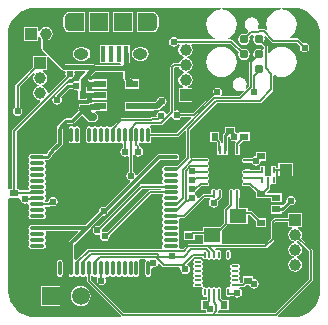
<source format=gtl>
G04*
G04 #@! TF.GenerationSoftware,Altium Limited,Altium Designer,19.1.7 (138)*
G04*
G04 Layer_Physical_Order=1*
G04 Layer_Color=255*
%FSLAX44Y44*%
%MOMM*%
G71*
G01*
G75*
%ADD13C,0.1270*%
%ADD15R,0.7000X0.6000*%
%ADD16R,1.0500X0.6000*%
%ADD17O,0.7000X0.2500*%
%ADD18O,0.2500X0.7000*%
%ADD19R,2.6000X2.6000*%
%ADD20R,0.6000X0.7000*%
%ADD21O,0.3000X1.3000*%
%ADD22O,1.3000X0.3000*%
%ADD23R,0.4000X1.3500*%
%ADD24R,1.5000X1.5500*%
%ADD25R,1.4000X1.2000*%
%ADD26R,0.2500X0.5500*%
%ADD27R,1.7000X1.5400*%
%ADD28O,0.2000X0.6500*%
%ADD29O,0.6500X0.2000*%
%ADD30R,1.0500X1.0000*%
%ADD31R,2.2000X1.0500*%
%ADD32R,1.2000X1.5500*%
%ADD33R,1.2000X1.5500*%
%ADD34C,0.7874*%
%ADD35R,1.0000X1.0000*%
%ADD36C,1.0000*%
%ADD37R,1.0000X1.0000*%
%ADD38O,1.2500X0.9500*%
%ADD39O,0.9000X1.5500*%
%ADD40C,1.5000*%
%ADD41R,1.5000X1.5000*%
%ADD42C,0.5000*%
%ADD43C,0.2540*%
%ADD44C,0.2032*%
%ADD45C,0.3810*%
%ADD46C,0.5080*%
%ADD47C,0.3048*%
%ADD48C,0.1524*%
%ADD49C,0.6350*%
%ADD50C,0.6096*%
G36*
X1183463Y910673D02*
X1180816Y910325D01*
X1177711Y909039D01*
X1175045Y906993D01*
X1172999Y904327D01*
X1171713Y901222D01*
X1171274Y897890D01*
X1171713Y894558D01*
X1172079Y893673D01*
X1171003Y892954D01*
X1170535Y893421D01*
X1169905Y893842D01*
X1169162Y893990D01*
X1165000D01*
X1164999Y893990D01*
X1164649Y893921D01*
X1163816Y894960D01*
X1164251Y895611D01*
X1164705Y897890D01*
X1164251Y900169D01*
X1162960Y902102D01*
X1161027Y903393D01*
X1158748Y903847D01*
X1156469Y903393D01*
X1154536Y902102D01*
X1153245Y900169D01*
X1152792Y897890D01*
X1153245Y895611D01*
X1154536Y893678D01*
X1155619Y892954D01*
X1155787Y891326D01*
X1154211Y889750D01*
X1152398Y890110D01*
X1150515Y889736D01*
X1148919Y888669D01*
X1147852Y887073D01*
X1147477Y885190D01*
X1147852Y883307D01*
X1148919Y881711D01*
X1150515Y880644D01*
X1152398Y880269D01*
X1154281Y880644D01*
X1155877Y881711D01*
X1156944Y883307D01*
X1157318Y885190D01*
X1156958Y887003D01*
X1159044Y889090D01*
X1160372D01*
X1161051Y887820D01*
X1160552Y887073D01*
X1160178Y885190D01*
X1160552Y883307D01*
X1161619Y881711D01*
X1163215Y880644D01*
X1165098Y880269D01*
X1166981Y880644D01*
X1167179Y880776D01*
X1169100Y878855D01*
Y877148D01*
X1167830Y876469D01*
X1166981Y877036D01*
X1165098Y877411D01*
X1163215Y877036D01*
X1161619Y875969D01*
X1160552Y874373D01*
X1160178Y872490D01*
X1160552Y870607D01*
X1160684Y870409D01*
X1157328Y867052D01*
X1156844Y865886D01*
Y845603D01*
X1154746Y843504D01*
X1153759Y844314D01*
X1154091Y844811D01*
X1154545Y847090D01*
X1154091Y849369D01*
X1152800Y851302D01*
X1150867Y852593D01*
X1148588Y853046D01*
X1146309Y852593D01*
X1144376Y851302D01*
X1143085Y849369D01*
X1142632Y847090D01*
X1143085Y844811D01*
X1144376Y842878D01*
X1146309Y841587D01*
X1148588Y841133D01*
X1150867Y841587D01*
X1151364Y841919D01*
X1152174Y840932D01*
X1148297Y837056D01*
X1133932D01*
X1133253Y838326D01*
X1133501Y838696D01*
X1133806Y840232D01*
X1133501Y841768D01*
X1132630Y843070D01*
X1131328Y843941D01*
X1129792Y844246D01*
X1128256Y843941D01*
X1126954Y843070D01*
X1126083Y841768D01*
X1125778Y840232D01*
X1125929Y839470D01*
X1109292Y822832D01*
X1098965D01*
X1098340Y823766D01*
X1097038Y824637D01*
X1095502Y824942D01*
X1094358Y824715D01*
X1093088Y825461D01*
Y861157D01*
X1093881Y861950D01*
X1097192D01*
X1097321Y861302D01*
X1098622Y859354D01*
X1100570Y858053D01*
X1101351Y857897D01*
Y856603D01*
X1100570Y856447D01*
X1098622Y855146D01*
X1097321Y853198D01*
X1096864Y850900D01*
X1097321Y848602D01*
X1098622Y846654D01*
X1100570Y845353D01*
X1100414Y844089D01*
X1096979D01*
Y832311D01*
X1108757D01*
Y844089D01*
X1105322D01*
X1105166Y845353D01*
X1107114Y846654D01*
X1108415Y848602D01*
X1108872Y850900D01*
X1108415Y853198D01*
X1107114Y855146D01*
X1105166Y856447D01*
X1104385Y856603D01*
Y857897D01*
X1105166Y858053D01*
X1107114Y859354D01*
X1108415Y861302D01*
X1108872Y863600D01*
X1108415Y865898D01*
X1107114Y867846D01*
X1105166Y869147D01*
X1104385Y869303D01*
Y870597D01*
X1105166Y870753D01*
X1107114Y872054D01*
X1108415Y874002D01*
X1108872Y876300D01*
X1108415Y878598D01*
X1107483Y879993D01*
X1108153Y881263D01*
X1140878D01*
X1147838Y874303D01*
X1147477Y872490D01*
X1147852Y870607D01*
X1148919Y869011D01*
X1150515Y867944D01*
X1152398Y867570D01*
X1154281Y867944D01*
X1155877Y869011D01*
X1156944Y870607D01*
X1157318Y872490D01*
X1156944Y874373D01*
X1155877Y875969D01*
X1154281Y877036D01*
X1152398Y877411D01*
X1150585Y877050D01*
X1143056Y884578D01*
X1142426Y884999D01*
X1141683Y885147D01*
X1139256D01*
X1139003Y886417D01*
X1139785Y886741D01*
X1142451Y888787D01*
X1144497Y891453D01*
X1145783Y894558D01*
X1146222Y897890D01*
X1145783Y901222D01*
X1144497Y904327D01*
X1142451Y906993D01*
X1139785Y909039D01*
X1136680Y910325D01*
X1134033Y910673D01*
X1134117Y911943D01*
X1183379D01*
X1183463Y910673D01*
D02*
G37*
G36*
X975361Y911943D02*
X1132579D01*
X1132663Y910673D01*
X1130016Y910325D01*
X1126911Y909039D01*
X1124245Y906993D01*
X1122199Y904327D01*
X1120913Y901222D01*
X1120474Y897890D01*
X1120913Y894558D01*
X1122199Y891453D01*
X1124245Y888787D01*
X1126911Y886741D01*
X1127693Y886417D01*
X1127440Y885147D01*
X1096195D01*
X1095697Y885893D01*
X1094395Y886763D01*
X1092859Y887069D01*
X1091322Y886763D01*
X1090020Y885893D01*
X1089150Y884591D01*
X1088844Y883055D01*
X1089150Y881518D01*
X1090020Y880216D01*
X1091322Y879346D01*
X1092859Y879040D01*
X1094395Y879346D01*
X1095697Y880216D01*
X1096396Y881263D01*
X1097583D01*
X1098253Y879993D01*
X1097321Y878598D01*
X1096864Y876300D01*
X1097321Y874002D01*
X1098622Y872054D01*
X1100570Y870753D01*
X1101351Y870597D01*
Y869303D01*
X1100570Y869147D01*
X1098622Y867846D01*
X1097321Y865898D01*
X1097192Y865250D01*
X1093198D01*
X1092031Y864766D01*
X1090272Y863007D01*
X1089788Y861840D01*
Y824013D01*
X1087412Y821636D01*
X1086034Y822054D01*
X1086003Y822210D01*
X1085132Y823512D01*
X1083830Y824383D01*
X1082294Y824688D01*
X1080758Y824383D01*
X1079456Y823512D01*
X1078585Y822210D01*
X1078280Y820674D01*
X1078312Y820511D01*
X1077506Y819530D01*
X1074420D01*
X1073254Y819046D01*
X1072721Y818514D01*
X1048614D01*
X1047448Y818030D01*
X1041366Y811949D01*
X1041280Y811966D01*
X1040348Y811780D01*
X1039558Y811252D01*
X1039544Y811232D01*
X1038016D01*
X1038002Y811252D01*
X1037212Y811780D01*
X1036280Y811966D01*
X1035348Y811780D01*
X1034558Y811252D01*
X1034544Y811232D01*
X1033016D01*
X1033002Y811252D01*
X1032212Y811780D01*
X1031280Y811966D01*
X1030348Y811780D01*
X1029558Y811252D01*
X1029544Y811232D01*
X1028016D01*
X1028002Y811252D01*
X1027212Y811780D01*
X1026280Y811966D01*
X1025348Y811780D01*
X1024558Y811252D01*
X1024544Y811232D01*
X1023016D01*
X1023002Y811252D01*
X1022212Y811780D01*
X1021280Y811966D01*
X1020348Y811780D01*
X1019558Y811252D01*
X1019030Y810462D01*
X1018844Y809530D01*
Y799530D01*
X1019030Y798598D01*
X1019558Y797808D01*
X1020348Y797280D01*
X1021280Y797094D01*
X1022212Y797280D01*
X1023002Y797808D01*
X1023016Y797829D01*
X1024544D01*
X1024558Y797808D01*
X1025348Y797280D01*
X1026280Y797094D01*
X1027212Y797280D01*
X1028002Y797808D01*
X1028016Y797828D01*
X1029544D01*
X1029558Y797808D01*
X1030348Y797280D01*
X1031280Y797094D01*
X1032212Y797280D01*
X1033002Y797808D01*
X1033016Y797829D01*
X1034544D01*
X1034558Y797808D01*
X1035348Y797280D01*
X1036280Y797094D01*
X1037212Y797280D01*
X1038002Y797808D01*
X1038016Y797828D01*
X1039544D01*
X1039558Y797808D01*
X1040348Y797280D01*
X1041280Y797094D01*
X1042212Y797280D01*
X1043002Y797808D01*
X1043016Y797828D01*
X1044544D01*
X1044558Y797808D01*
X1045348Y797280D01*
X1046280Y797094D01*
X1047212Y797280D01*
X1048002Y797808D01*
X1049108Y797301D01*
X1049770Y796652D01*
Y793479D01*
X1048722Y792778D01*
X1047851Y791476D01*
X1047546Y789940D01*
X1047851Y788404D01*
X1048722Y787102D01*
X1050024Y786231D01*
X1051560Y785926D01*
X1053096Y786231D01*
X1053540Y786528D01*
X1054810Y785849D01*
Y773132D01*
X1053802Y772458D01*
X1052931Y771156D01*
X1052626Y769620D01*
X1052931Y768084D01*
X1053802Y766782D01*
X1055104Y765911D01*
X1055671Y765799D01*
X1056089Y764420D01*
X1035192Y743524D01*
X1035062Y743611D01*
X1033526Y743916D01*
X1031990Y743611D01*
X1030688Y742740D01*
X1029817Y741438D01*
X1029512Y739902D01*
X1029601Y739456D01*
X1018135Y727990D01*
X977280D01*
X977157Y727966D01*
X972280D01*
X971348Y727780D01*
X970558Y727252D01*
X970030Y726462D01*
X969844Y725530D01*
X970030Y724598D01*
X970558Y723808D01*
X970579Y723794D01*
Y722266D01*
X970558Y722252D01*
X970030Y721462D01*
X969844Y720530D01*
X970030Y719598D01*
X970558Y718808D01*
X970579Y718794D01*
Y717266D01*
X970558Y717252D01*
X970030Y716462D01*
X969844Y715530D01*
X970030Y714598D01*
X970558Y713808D01*
X970579Y713794D01*
Y712266D01*
X970558Y712252D01*
X970030Y711462D01*
X969844Y710530D01*
X970030Y709598D01*
X970558Y708808D01*
X971348Y708280D01*
X972280Y708094D01*
X982280D01*
X983212Y708280D01*
X984002Y708808D01*
X984530Y709598D01*
X984716Y710530D01*
X984530Y711462D01*
X984002Y712252D01*
X983982Y712266D01*
Y713794D01*
X984002Y713808D01*
X984530Y714598D01*
X984716Y715530D01*
X984530Y716462D01*
X984002Y717252D01*
X983982Y717266D01*
Y718794D01*
X984002Y718808D01*
X984530Y719598D01*
X984716Y720530D01*
X984530Y721462D01*
X984305Y721800D01*
X984891Y723070D01*
X1011809D01*
X1012295Y721896D01*
X1004540Y714142D01*
X1004007Y713344D01*
X1003820Y712402D01*
Y691530D01*
X1003844Y691407D01*
Y686530D01*
X1004030Y685598D01*
X1004558Y684808D01*
X1005348Y684280D01*
X1006280Y684094D01*
X1007212Y684280D01*
X1008002Y684808D01*
X1008016Y684828D01*
X1009544D01*
X1009558Y684808D01*
X1010348Y684280D01*
X1011280Y684094D01*
X1012212Y684280D01*
X1013002Y684808D01*
X1013016Y684828D01*
X1014544D01*
X1014558Y684808D01*
X1015348Y684280D01*
X1016280Y684094D01*
X1017212Y684280D01*
X1018002Y684808D01*
X1019090Y684212D01*
X1019430Y683953D01*
Y680720D01*
X1019914Y679554D01*
X1048295Y651173D01*
X1047768Y649903D01*
X975613D01*
X975526Y649885D01*
X971132Y650318D01*
X966823Y651625D01*
X962852Y653748D01*
X959371Y656604D01*
X956514Y660085D01*
X954392Y664056D01*
X953085Y668365D01*
X952765Y671615D01*
X952669Y672846D01*
X952502Y673688D01*
X952417Y673816D01*
Y750336D01*
X953445Y750919D01*
X953687Y750919D01*
X961839D01*
X962815Y750175D01*
X962983Y749964D01*
X963269Y748526D01*
X964140Y747224D01*
X965442Y746353D01*
X966978Y746048D01*
X968514Y746353D01*
X968744Y746507D01*
X969887Y745743D01*
X969844Y745530D01*
X970030Y744598D01*
X970558Y743808D01*
X970579Y743794D01*
Y742266D01*
X970558Y742252D01*
X970030Y741462D01*
X969844Y740530D01*
X970030Y739598D01*
X970558Y738808D01*
X970579Y738794D01*
Y737266D01*
X970558Y737252D01*
X970030Y736462D01*
X969844Y735530D01*
X970030Y734598D01*
X970558Y733808D01*
X971348Y733280D01*
X972280Y733094D01*
X982280D01*
X983212Y733280D01*
X984002Y733808D01*
X984530Y734598D01*
X984716Y735530D01*
X984530Y736462D01*
X984002Y737252D01*
X983982Y737266D01*
Y738794D01*
X984002Y738808D01*
X984530Y739598D01*
X984716Y740530D01*
X984530Y741462D01*
X984002Y742252D01*
X983982Y742266D01*
X983941Y742439D01*
X984290Y743588D01*
X987254D01*
X987998Y743736D01*
X988628Y744157D01*
X988749Y744278D01*
X989064Y744067D01*
X990600Y743762D01*
X992136Y744067D01*
X993438Y744938D01*
X994309Y746240D01*
X994614Y747776D01*
X994309Y749312D01*
X993438Y750614D01*
X992136Y751485D01*
X990600Y751790D01*
X989064Y751485D01*
X987762Y750614D01*
X986891Y749312D01*
X986586Y747776D01*
X985351Y747472D01*
X984290D01*
X983941Y748621D01*
X983981Y748794D01*
X984002Y748808D01*
X984530Y749598D01*
X984716Y750530D01*
X984530Y751462D01*
X984002Y752252D01*
X983982Y752266D01*
Y753794D01*
X984002Y753808D01*
X984530Y754598D01*
X984716Y755530D01*
X984530Y756462D01*
X984002Y757252D01*
X983981Y757266D01*
Y758794D01*
X984002Y758808D01*
X984530Y759598D01*
X984716Y760530D01*
X984530Y761462D01*
X984002Y762252D01*
X983982Y762266D01*
Y763794D01*
X984002Y763808D01*
X984530Y764598D01*
X984716Y765530D01*
X984530Y766462D01*
X984002Y767252D01*
X983982Y767266D01*
Y768794D01*
X984002Y768808D01*
X984530Y769598D01*
X984716Y770530D01*
X984530Y771462D01*
X984002Y772252D01*
X983981Y772266D01*
Y773794D01*
X984002Y773808D01*
X984530Y774598D01*
X984716Y775530D01*
X984530Y776462D01*
X984002Y777252D01*
X983982Y777266D01*
Y778794D01*
X984002Y778808D01*
X984530Y779598D01*
X984716Y780530D01*
X984530Y781462D01*
X984073Y782147D01*
X984195Y782665D01*
X984546Y783417D01*
X986064D01*
X986907Y783584D01*
X987621Y784061D01*
X989109Y785549D01*
X989586Y786264D01*
X989753Y787106D01*
Y787250D01*
X991335Y788832D01*
X991461Y788857D01*
X992260Y789390D01*
X997996Y795126D01*
X998529Y795925D01*
X998716Y796866D01*
Y804409D01*
X998740Y804530D01*
X998716Y804653D01*
Y809530D01*
X998569Y810267D01*
Y810290D01*
X1002180Y813901D01*
X1006768D01*
X1007610Y814068D01*
X1008325Y814546D01*
X1014976Y821196D01*
X1019698Y816474D01*
X1021042Y815576D01*
X1022628Y815260D01*
X1024890D01*
X1026476Y815576D01*
X1027820Y816474D01*
X1028718Y817818D01*
X1029034Y819404D01*
X1028718Y820990D01*
X1027820Y822334D01*
X1026476Y823232D01*
X1026663Y824490D01*
X1029730D01*
X1030068Y824557D01*
X1036329D01*
Y832335D01*
X1024051D01*
Y832230D01*
X1023058Y831482D01*
X1021720Y831216D01*
X1020595Y830464D01*
X1016634D01*
X1016296Y830397D01*
X1012285D01*
Y827288D01*
X1012030Y826008D01*
Y825858D01*
X1012259Y824706D01*
X1005856Y818303D01*
X1001268D01*
X1000426Y818136D01*
X999712Y817659D01*
X994811Y812758D01*
X994334Y812044D01*
X994167Y811202D01*
Y810667D01*
X994030Y810462D01*
X993844Y809530D01*
Y804750D01*
X993796Y804506D01*
Y797885D01*
X988780Y792870D01*
X988247Y792072D01*
X988222Y791945D01*
X985995Y789718D01*
X985518Y789004D01*
X985351Y788162D01*
Y788018D01*
X985152Y787819D01*
X983017D01*
X982280Y787966D01*
X972280D01*
X971348Y787780D01*
X970558Y787252D01*
X970030Y786462D01*
X969844Y785530D01*
X970030Y784598D01*
X970558Y783808D01*
X970579Y783794D01*
Y782266D01*
X970558Y782252D01*
X970030Y781462D01*
X969844Y780530D01*
X970030Y779598D01*
X970558Y778808D01*
X970579Y778794D01*
Y777266D01*
X970558Y777252D01*
X970030Y776462D01*
X969844Y775530D01*
X970030Y774598D01*
X970558Y773808D01*
X970579Y773794D01*
Y772266D01*
X970558Y772252D01*
X970030Y771462D01*
X969844Y770530D01*
X970030Y769598D01*
X970558Y768808D01*
X970579Y768794D01*
Y767266D01*
X970558Y767252D01*
X970030Y766462D01*
X969844Y765530D01*
X970030Y764598D01*
X970558Y763808D01*
X970579Y763794D01*
Y762266D01*
X970558Y762252D01*
X970030Y761462D01*
X969844Y760530D01*
X970030Y759598D01*
X970558Y758808D01*
X970099Y757693D01*
X969702Y757287D01*
X962223D01*
Y758697D01*
X959776D01*
Y807056D01*
X1004539Y851819D01*
X1005078Y851712D01*
X1006614Y852017D01*
X1007916Y852888D01*
X1008787Y854190D01*
X1009092Y855726D01*
X1008787Y857262D01*
X1008662Y857449D01*
X1009340Y858719D01*
X1017877D01*
X1018363Y857546D01*
X1013906Y853088D01*
X1013288Y852164D01*
X1013071Y851074D01*
X1013071Y851074D01*
Y850379D01*
X1012217Y849923D01*
X1011801Y849812D01*
X1010412Y850088D01*
X1008876Y849783D01*
X1007574Y848912D01*
X1006859Y847843D01*
X1003554D01*
X1002712Y847675D01*
X1001998Y847198D01*
X992471Y837671D01*
X992253Y837346D01*
X991318Y836720D01*
X990447Y835418D01*
X990142Y833882D01*
X990447Y832346D01*
X991318Y831044D01*
X992620Y830173D01*
X994156Y829868D01*
X995692Y830173D01*
X996994Y831044D01*
X997865Y832346D01*
X998170Y833882D01*
X997865Y835418D01*
X997296Y836270D01*
X1004466Y843440D01*
X1007437D01*
X1007574Y843236D01*
X1008876Y842365D01*
X1010412Y842060D01*
X1010761Y842129D01*
X1012031Y841087D01*
Y834065D01*
X1019809D01*
Y835351D01*
X1024051D01*
Y834057D01*
X1036329D01*
Y841835D01*
X1024051D01*
Y841049D01*
X1019809D01*
Y842843D01*
X1019103D01*
Y844820D01*
X1019225Y844920D01*
X1019225Y844920D01*
X1024051D01*
Y843557D01*
X1036329D01*
Y851335D01*
X1024051D01*
Y850618D01*
X1021289D01*
X1020762Y851888D01*
X1026578Y857703D01*
X1049528D01*
X1049528Y857703D01*
X1050235Y857123D01*
Y852052D01*
X1050235Y852052D01*
X1050452Y850962D01*
X1051070Y850038D01*
X1051496Y849611D01*
Y848541D01*
X1051496Y848541D01*
X1051551Y848266D01*
Y843557D01*
X1063829D01*
Y851335D01*
X1057830D01*
X1057484Y851680D01*
X1057484Y851680D01*
X1055933Y853232D01*
Y864108D01*
X1055716Y865198D01*
X1055563Y865427D01*
Y880561D01*
X1049424Y880561D01*
X1048515Y880561D01*
X1042924Y880561D01*
X1042015Y880561D01*
X1036424Y880561D01*
X1035515Y880561D01*
X1030285D01*
Y865283D01*
X1036424Y865283D01*
X1037333Y865283D01*
X1042924Y865283D01*
X1043833Y865283D01*
X1047766D01*
X1048383Y864013D01*
X1047913Y863401D01*
X1026578D01*
X1026396Y863582D01*
X1025472Y864200D01*
X1024382Y864417D01*
X1024382Y864417D01*
X1001178D01*
X986591Y879004D01*
Y884427D01*
X986802Y884469D01*
X988750Y885770D01*
X990051Y887718D01*
X990508Y890016D01*
X990051Y892314D01*
X988750Y894262D01*
X986802Y895563D01*
X984504Y896020D01*
X982206Y895563D01*
X980258Y894262D01*
X978957Y892314D01*
X977693Y892470D01*
Y895905D01*
X965915D01*
Y884127D01*
X977693D01*
Y887561D01*
X978957Y887718D01*
X980258Y885770D01*
X980893Y885346D01*
Y877824D01*
X980893Y877824D01*
X981110Y876734D01*
X981728Y875810D01*
X985254Y872283D01*
X984728Y871013D01*
X974043D01*
Y861982D01*
X959255Y847193D01*
X958833Y846563D01*
X958686Y845820D01*
Y827667D01*
X957790Y827068D01*
X956919Y825766D01*
X956614Y824230D01*
X956919Y822694D01*
X957790Y821392D01*
X959092Y820521D01*
X960628Y820216D01*
X962164Y820521D01*
X963466Y821392D01*
X964337Y822694D01*
X964642Y824230D01*
X964337Y825766D01*
X963466Y827068D01*
X962570Y827667D01*
Y845015D01*
X974027Y856472D01*
X975013Y855662D01*
X974385Y854722D01*
X973928Y852424D01*
X974385Y850126D01*
X975686Y848178D01*
X977634Y846877D01*
X978415Y846721D01*
Y845427D01*
X977634Y845271D01*
X975686Y843970D01*
X974385Y842022D01*
X973928Y839724D01*
X974385Y837426D01*
X975686Y835478D01*
X977634Y834177D01*
X979280Y833849D01*
X979704Y832478D01*
X956461Y809234D01*
X956040Y808604D01*
X955892Y807861D01*
Y758697D01*
X953687D01*
X953445Y758697D01*
X952417Y759280D01*
Y889001D01*
X952399Y889088D01*
X952832Y893482D01*
X954139Y897791D01*
X956262Y901762D01*
X959118Y905243D01*
X962599Y908100D01*
X966570Y910222D01*
X970879Y911529D01*
X975269Y911962D01*
X975361Y911943D01*
D02*
G37*
G36*
X1198536Y911528D02*
X1202845Y910221D01*
X1206816Y908098D01*
X1210297Y905242D01*
X1213154Y901761D01*
X1215276Y897790D01*
X1216583Y893481D01*
X1217016Y889090D01*
X1216997Y888999D01*
Y672845D01*
X1217015Y672758D01*
X1216582Y668364D01*
X1215275Y664055D01*
X1213152Y660084D01*
X1210296Y656603D01*
X1206815Y653746D01*
X1202844Y651624D01*
X1198535Y650317D01*
X1194145Y649884D01*
X1194053Y649903D01*
X1181336D01*
X1180809Y651173D01*
X1210206Y680570D01*
X1210690Y681736D01*
Y706628D01*
X1210206Y707794D01*
X1201012Y716989D01*
X1201379Y717538D01*
X1201836Y719836D01*
X1201379Y722134D01*
X1200078Y724082D01*
X1198130Y725383D01*
X1198287Y726647D01*
X1201721D01*
Y738425D01*
X1189943D01*
Y734186D01*
X1178814D01*
X1177648Y733702D01*
X1175362Y731416D01*
X1174878Y730250D01*
Y716709D01*
X1169826Y711657D01*
X1133400D01*
X1133367Y712913D01*
X1133367Y712927D01*
Y723364D01*
X1138070Y728068D01*
X1138370Y728790D01*
X1139589Y728913D01*
X1139589Y728913D01*
X1139589Y728913D01*
X1155367D01*
Y736692D01*
X1157535D01*
X1162581Y731646D01*
Y726201D01*
X1171359D01*
Y733979D01*
X1164914D01*
X1159384Y739508D01*
X1158218Y739992D01*
X1155367D01*
Y742691D01*
X1148300D01*
Y750749D01*
X1148665Y751295D01*
X1148831Y752130D01*
Y756630D01*
X1148665Y757465D01*
X1148192Y758172D01*
X1147485Y758645D01*
X1146650Y758811D01*
X1145815Y758645D01*
X1145108Y758172D01*
X1144856Y757795D01*
X1144606Y757725D01*
X1143694D01*
X1143444Y757795D01*
X1143192Y758172D01*
X1142485Y758645D01*
X1141650Y758811D01*
X1140815Y758645D01*
X1140108Y758172D01*
X1139635Y757465D01*
X1139469Y756630D01*
Y752130D01*
X1139635Y751295D01*
X1140000Y750749D01*
Y745813D01*
X1135738Y741550D01*
X1135254Y740383D01*
Y729917D01*
X1132028Y726691D01*
X1117589D01*
Y722915D01*
X1108535D01*
X1108232Y722789D01*
X1101781D01*
Y715011D01*
X1110559D01*
Y719615D01*
X1117589D01*
Y712927D01*
X1117589Y712913D01*
X1117556Y711657D01*
X1104977D01*
X1103811Y711173D01*
X1100661Y708024D01*
X1097941D01*
X1097327Y709294D01*
X1097530Y709598D01*
X1097716Y710530D01*
X1097530Y711462D01*
X1097002Y712252D01*
X1096982Y712266D01*
Y713794D01*
X1097002Y713808D01*
X1097530Y714598D01*
X1097716Y715530D01*
X1097530Y716462D01*
X1097002Y717252D01*
X1096982Y717266D01*
Y718794D01*
X1097002Y718808D01*
X1097530Y719598D01*
X1097716Y720530D01*
X1097530Y721462D01*
X1097002Y722252D01*
X1096982Y722266D01*
Y723794D01*
X1097002Y723808D01*
X1097530Y724598D01*
X1097716Y725530D01*
X1097530Y726462D01*
X1097002Y727252D01*
X1096982Y727266D01*
Y728794D01*
X1097002Y728808D01*
X1097530Y729598D01*
X1097716Y730530D01*
X1097530Y731462D01*
X1097002Y732252D01*
X1097665Y733327D01*
X1098216Y733880D01*
X1101290D01*
X1102456Y734364D01*
X1119208Y751115D01*
X1123890D01*
X1124272Y749855D01*
X1124218Y749807D01*
X1123906Y749598D01*
X1123035Y748296D01*
X1122730Y746760D01*
X1123035Y745224D01*
X1123906Y743922D01*
X1125208Y743051D01*
X1126744Y742746D01*
X1128280Y743051D01*
X1129582Y743922D01*
X1130453Y745224D01*
X1130758Y746760D01*
X1130492Y748098D01*
X1132557Y750163D01*
X1133192Y750588D01*
X1133665Y751295D01*
X1133831Y752130D01*
Y756630D01*
X1133665Y757465D01*
X1133192Y758172D01*
X1132485Y758645D01*
X1131650Y758811D01*
X1130815Y758645D01*
X1130108Y758172D01*
X1129856Y757795D01*
X1129606Y757725D01*
X1128694D01*
X1128444Y757795D01*
X1128192Y758172D01*
X1127485Y758645D01*
X1126650Y758811D01*
X1125815Y758645D01*
X1125108Y758172D01*
X1124635Y757465D01*
X1124469Y756630D01*
Y754415D01*
X1118525D01*
X1117359Y753931D01*
X1113933Y750506D01*
X1113811Y750512D01*
X1112637Y751006D01*
X1112419Y752106D01*
X1111548Y753408D01*
X1110920Y753828D01*
X1110903Y755344D01*
X1111294Y755606D01*
X1112165Y756908D01*
X1112233Y757251D01*
X1112298Y757278D01*
X1115749Y760729D01*
X1115900Y760699D01*
X1120400D01*
X1121235Y760865D01*
X1121942Y761338D01*
X1122415Y762045D01*
X1122581Y762880D01*
X1122415Y763715D01*
X1121942Y764422D01*
X1121565Y764674D01*
X1121495Y764924D01*
Y765836D01*
X1121565Y766086D01*
X1121942Y766338D01*
X1122415Y767045D01*
X1122581Y767880D01*
X1122415Y768715D01*
X1121942Y769422D01*
X1121564Y769674D01*
X1121495Y769924D01*
Y770836D01*
X1121564Y771086D01*
X1121942Y771338D01*
X1122415Y772045D01*
X1122581Y772880D01*
X1122415Y773715D01*
X1121942Y774422D01*
X1121565Y774674D01*
X1121495Y774924D01*
Y775836D01*
X1121565Y776086D01*
X1121942Y776338D01*
X1122415Y777045D01*
X1122581Y777880D01*
X1122415Y778715D01*
X1121942Y779422D01*
X1121565Y779674D01*
X1121495Y779924D01*
Y780836D01*
X1121565Y781086D01*
X1121942Y781338D01*
X1122415Y782045D01*
X1122581Y782880D01*
X1122415Y783715D01*
X1121942Y784422D01*
X1121235Y784895D01*
X1120400Y785061D01*
X1115900D01*
X1115065Y784895D01*
X1114519Y784530D01*
X1108641D01*
X1107977Y784255D01*
X1107818Y784302D01*
X1106808Y785031D01*
X1106804Y785039D01*
Y808307D01*
X1129713Y831216D01*
X1165606D01*
X1166772Y831700D01*
X1176678Y841606D01*
X1177162Y842772D01*
Y853881D01*
X1178432Y854693D01*
X1180816Y853705D01*
X1184148Y853266D01*
X1187480Y853705D01*
X1190585Y854991D01*
X1193251Y857037D01*
X1195297Y859703D01*
X1196583Y862808D01*
X1197022Y866140D01*
X1196583Y869472D01*
X1195297Y872577D01*
X1193251Y875243D01*
X1190585Y877289D01*
X1187480Y878575D01*
X1184148Y879014D01*
X1180816Y878575D01*
X1177711Y877289D01*
X1175045Y875243D01*
X1173669Y873450D01*
X1172399Y873881D01*
Y879538D01*
X1171916Y880705D01*
X1169512Y883109D01*
X1169644Y883307D01*
X1170018Y885190D01*
X1169656Y887011D01*
X1169711Y887091D01*
X1170796Y887667D01*
X1175726Y882737D01*
X1176356Y882316D01*
X1177100Y882168D01*
X1177100Y882168D01*
X1196869D01*
X1199902Y879135D01*
X1199692Y878078D01*
X1199997Y876542D01*
X1200868Y875240D01*
X1202170Y874369D01*
X1203706Y874064D01*
X1205242Y874369D01*
X1206544Y875240D01*
X1207415Y876542D01*
X1207720Y878078D01*
X1207415Y879614D01*
X1206544Y880916D01*
X1205242Y881787D01*
X1203706Y882092D01*
X1202649Y881882D01*
X1199047Y885484D01*
X1198417Y885905D01*
X1197673Y886053D01*
X1191774D01*
X1191343Y887323D01*
X1193251Y888787D01*
X1195297Y891453D01*
X1196583Y894558D01*
X1197022Y897890D01*
X1196583Y901222D01*
X1195297Y904327D01*
X1193251Y906993D01*
X1190585Y909039D01*
X1187480Y910325D01*
X1184833Y910673D01*
X1184917Y911943D01*
X1194055D01*
X1194142Y911961D01*
X1198536Y911528D01*
D02*
G37*
G36*
X997984Y859554D02*
X997984Y859554D01*
X998908Y858936D01*
X999998Y858719D01*
X999998Y858719D01*
X1000816D01*
X1001494Y857449D01*
X1001369Y857262D01*
X1001064Y855726D01*
X1001369Y854190D01*
X1001388Y854162D01*
X987178Y839952D01*
X985807Y840376D01*
X985479Y842022D01*
X984178Y843970D01*
X982230Y845271D01*
X981449Y845427D01*
Y846721D01*
X982230Y846877D01*
X984178Y848178D01*
X985479Y850126D01*
X985936Y852424D01*
X985479Y854722D01*
X984178Y856670D01*
X982230Y857971D01*
X982386Y859235D01*
X985821D01*
Y869920D01*
X987091Y870446D01*
X997984Y859554D01*
D02*
G37*
G36*
X1091766Y819529D02*
X1091793Y819392D01*
X1092664Y818090D01*
X1093966Y817219D01*
X1095502Y816914D01*
X1097038Y817219D01*
X1098340Y818090D01*
X1099211Y819392D01*
X1099239Y819532D01*
X1107386D01*
X1107872Y818359D01*
X1095693Y806180D01*
X1073716D01*
Y809530D01*
X1073530Y810462D01*
X1073034Y811205D01*
X1073089Y811486D01*
X1073459Y812475D01*
X1082233D01*
X1083399Y812958D01*
X1090388Y819947D01*
X1091766Y819529D01*
D02*
G37*
G36*
X1103504Y807530D02*
Y785289D01*
X1096886Y778671D01*
X1095971Y778291D01*
X1095584Y777905D01*
X1095280Y777966D01*
X1085280D01*
X1084348Y777780D01*
X1083558Y777252D01*
X1083030Y776462D01*
X1082844Y775530D01*
X1083030Y774598D01*
X1083558Y773808D01*
X1083578Y773794D01*
Y772266D01*
X1083558Y772252D01*
X1083030Y771462D01*
X1082844Y770530D01*
X1083030Y769598D01*
X1083558Y768808D01*
X1083578Y768794D01*
Y767266D01*
X1083558Y767252D01*
X1083030Y766462D01*
X1082844Y765530D01*
X1083030Y764598D01*
X1083558Y763808D01*
X1083578Y763794D01*
X1083619Y763621D01*
X1083270Y762472D01*
X1065330D01*
X1064587Y762325D01*
X1063957Y761903D01*
X1029461Y727408D01*
X1028192Y727660D01*
X1026656Y727355D01*
X1025354Y726484D01*
X1024483Y725182D01*
X1024178Y723646D01*
X1024483Y722110D01*
X1025354Y720808D01*
X1026656Y719937D01*
X1028192Y719632D01*
X1029549Y719902D01*
X1030197Y719493D01*
X1030673Y719041D01*
X1030528Y718312D01*
X1030833Y716776D01*
X1031704Y715474D01*
X1033006Y714603D01*
X1034542Y714298D01*
X1036078Y714603D01*
X1037380Y715474D01*
X1038251Y716776D01*
X1038556Y718312D01*
X1038404Y719079D01*
X1073325Y754000D01*
X1083429D01*
X1083558Y753808D01*
X1083578Y753794D01*
Y752266D01*
X1083558Y752252D01*
X1083030Y751462D01*
X1082844Y750530D01*
X1083030Y749598D01*
X1083558Y748808D01*
X1083578Y748794D01*
Y747266D01*
X1083558Y747252D01*
X1083030Y746462D01*
X1082844Y745530D01*
X1083030Y744598D01*
X1083558Y743808D01*
X1083578Y743794D01*
Y742266D01*
X1083558Y742252D01*
X1083030Y741462D01*
X1082844Y740530D01*
X1083030Y739598D01*
X1083558Y738808D01*
X1083578Y738794D01*
Y737266D01*
X1083558Y737252D01*
X1083030Y736462D01*
X1082844Y735530D01*
X1083030Y734598D01*
X1083558Y733808D01*
X1083578Y733794D01*
Y732266D01*
X1083558Y732252D01*
X1083030Y731462D01*
X1082844Y730530D01*
X1083030Y729598D01*
X1083558Y728808D01*
X1083578Y728794D01*
Y727266D01*
X1083558Y727252D01*
X1083030Y726462D01*
X1082844Y725530D01*
X1083030Y724598D01*
X1083558Y723808D01*
X1083578Y723794D01*
Y722266D01*
X1083558Y722252D01*
X1083030Y721462D01*
X1082844Y720530D01*
X1083030Y719598D01*
X1083558Y718808D01*
X1083578Y718794D01*
Y717266D01*
X1083558Y717252D01*
X1083030Y716462D01*
X1082844Y715530D01*
X1083030Y714598D01*
X1083558Y713808D01*
X1083578Y713794D01*
Y712266D01*
X1083558Y712252D01*
X1083030Y711462D01*
X1082844Y710530D01*
X1083030Y709598D01*
X1083233Y709294D01*
X1082619Y708024D01*
X1021124D01*
X1019958Y707540D01*
X1011366Y698949D01*
X1011280Y698966D01*
X1010348Y698780D01*
X1010010Y698555D01*
X1008740Y699141D01*
Y711383D01*
X1022513Y725156D01*
X1023025Y725921D01*
X1033080Y735977D01*
X1033526Y735888D01*
X1035062Y736193D01*
X1036364Y737064D01*
X1037235Y738366D01*
X1037294Y738667D01*
X1081673Y783046D01*
X1090256D01*
X1090500Y783094D01*
X1095280D01*
X1096212Y783280D01*
X1097002Y783808D01*
X1097530Y784598D01*
X1097716Y785530D01*
X1097530Y786462D01*
X1097002Y787252D01*
X1096212Y787780D01*
X1095280Y787966D01*
X1090403D01*
X1090280Y787990D01*
X1090159Y787966D01*
X1080654D01*
X1079713Y787779D01*
X1078914Y787246D01*
X1061840Y770171D01*
X1060461Y770589D01*
X1060349Y771156D01*
X1059478Y772458D01*
X1058176Y773329D01*
X1058110Y773342D01*
Y787303D01*
X1058356Y787503D01*
X1060056Y787244D01*
X1060152Y787102D01*
X1061454Y786231D01*
X1062990Y785926D01*
X1064526Y786231D01*
X1065828Y787102D01*
X1066699Y788404D01*
X1067004Y789940D01*
X1066699Y791476D01*
X1065828Y792778D01*
X1064526Y793649D01*
X1064162Y793721D01*
Y794893D01*
X1063678Y796059D01*
X1063179Y796558D01*
X1063184Y796657D01*
X1063562Y797062D01*
X1064558Y797808D01*
X1065348Y797280D01*
X1066280Y797094D01*
X1067212Y797280D01*
X1068002Y797808D01*
X1068016Y797828D01*
X1069544D01*
X1069558Y797808D01*
X1070348Y797280D01*
X1071280Y797094D01*
X1072212Y797280D01*
X1073002Y797808D01*
X1073530Y798598D01*
X1073716Y799530D01*
Y802880D01*
X1096376D01*
X1097542Y803364D01*
X1102234Y808056D01*
X1103504Y807530D01*
D02*
G37*
G36*
X1082347Y757318D02*
X1082334Y757300D01*
X1072642D01*
X1071476Y756816D01*
X1036439Y721780D01*
X1036078Y722021D01*
X1034542Y722326D01*
X1033185Y722056D01*
X1032537Y722465D01*
X1032061Y722917D01*
X1032206Y723646D01*
X1032038Y724491D01*
X1066134Y758588D01*
X1081708D01*
X1082347Y757318D01*
D02*
G37*
G36*
X1117104Y700570D02*
X1117251Y699833D01*
X1117387Y699628D01*
X1116472Y698713D01*
X1116267Y698849D01*
X1115530Y698996D01*
X1111030D01*
X1110293Y698849D01*
X1109668Y698432D01*
X1109251Y697807D01*
X1109104Y697070D01*
X1109251Y696333D01*
X1109552Y695882D01*
X1109668Y695708D01*
Y694432D01*
X1109552Y694258D01*
X1109251Y693807D01*
X1109104Y693070D01*
X1109251Y692333D01*
X1109552Y691882D01*
X1109668Y691708D01*
Y690432D01*
X1109552Y690258D01*
X1109251Y689807D01*
X1109104Y689070D01*
X1109251Y688333D01*
X1109552Y687882D01*
X1109668Y687708D01*
Y686432D01*
X1109552Y686258D01*
X1109251Y685807D01*
X1109104Y685070D01*
X1109251Y684333D01*
X1109552Y683882D01*
X1109668Y683708D01*
Y682432D01*
X1109552Y682258D01*
X1109251Y681807D01*
X1109104Y681070D01*
X1109251Y680333D01*
X1109552Y679882D01*
X1109668Y679708D01*
Y678432D01*
X1109552Y678258D01*
X1109251Y677807D01*
X1109104Y677070D01*
X1109251Y676333D01*
X1109668Y675708D01*
X1110293Y675291D01*
X1111030Y675144D01*
X1115530D01*
X1116267Y675291D01*
X1116472Y675427D01*
X1117387Y674512D01*
X1117251Y674307D01*
X1117104Y673570D01*
Y669070D01*
X1117251Y668333D01*
X1117668Y667708D01*
X1118293Y667291D01*
X1119030Y667144D01*
X1119767Y667291D01*
X1120110Y667520D01*
X1121092Y667177D01*
X1121380Y666957D01*
Y664789D01*
X1116171D01*
Y656011D01*
X1120051D01*
X1120241Y655054D01*
X1120498Y654670D01*
X1119819Y653400D01*
X1050733D01*
X1022730Y681403D01*
Y684625D01*
X1023002Y684808D01*
X1023016Y684828D01*
X1024544D01*
X1024558Y684808D01*
X1025348Y684280D01*
X1026280Y684094D01*
X1027212Y684280D01*
X1028028Y683949D01*
X1028269Y683082D01*
X1027878Y682497D01*
X1027572Y680961D01*
X1027878Y679425D01*
X1028748Y678122D01*
X1030051Y677252D01*
X1031587Y676947D01*
X1033123Y677252D01*
X1034425Y678122D01*
X1035295Y679425D01*
X1035601Y680961D01*
X1035295Y682497D01*
X1034835Y683185D01*
X1034916Y683358D01*
X1035675Y684214D01*
X1036280Y684094D01*
X1037212Y684280D01*
X1038002Y684808D01*
X1038016Y684828D01*
X1039544D01*
X1039558Y684808D01*
X1040348Y684280D01*
X1041280Y684094D01*
X1042212Y684280D01*
X1043002Y684808D01*
X1043016Y684828D01*
X1044544D01*
X1044558Y684808D01*
X1045348Y684280D01*
X1046280Y684094D01*
X1047212Y684280D01*
X1048002Y684808D01*
X1048016Y684828D01*
X1049544D01*
X1049558Y684808D01*
X1050348Y684280D01*
X1051280Y684094D01*
X1052212Y684280D01*
X1053002Y684808D01*
X1053016Y684828D01*
X1054544D01*
X1054558Y684808D01*
X1055348Y684280D01*
X1056280Y684094D01*
X1057212Y684280D01*
X1058002Y684808D01*
X1058016Y684828D01*
X1059544D01*
X1059558Y684808D01*
X1060348Y684280D01*
X1061280Y684094D01*
X1062212Y684280D01*
X1063002Y684808D01*
X1063530Y685598D01*
X1063716Y686530D01*
Y696530D01*
X1063530Y697462D01*
X1063368Y697706D01*
X1064032Y698976D01*
X1068528D01*
X1069192Y697706D01*
X1069030Y697462D01*
X1068844Y696530D01*
Y686530D01*
X1069030Y685598D01*
X1069558Y684808D01*
X1070348Y684280D01*
X1071280Y684094D01*
X1072212Y684280D01*
X1073002Y684808D01*
X1073530Y685598D01*
X1073716Y686530D01*
Y691133D01*
X1074986Y692086D01*
X1075690Y691946D01*
X1077226Y692251D01*
X1078528Y693122D01*
X1079399Y694424D01*
X1079448Y694671D01*
X1080826Y695089D01*
X1083210Y692705D01*
X1083756Y692340D01*
X1084400Y692212D01*
X1097697D01*
X1098713Y690942D01*
X1098600Y690372D01*
X1098905Y688836D01*
X1099776Y687534D01*
X1101078Y686663D01*
X1102614Y686358D01*
X1104150Y686663D01*
X1105452Y687534D01*
X1106323Y688836D01*
X1106628Y690372D01*
X1106323Y691908D01*
X1105452Y693210D01*
X1104606Y693776D01*
X1104285Y695250D01*
X1110171Y701137D01*
X1117104D01*
Y700570D01*
D02*
G37*
G36*
X1189943Y726647D02*
X1193378D01*
X1193534Y725383D01*
X1191586Y724082D01*
X1190285Y722134D01*
X1189828Y719836D01*
X1190285Y717538D01*
X1191586Y715590D01*
X1193534Y714289D01*
X1194315Y714133D01*
Y712839D01*
X1193534Y712683D01*
X1191586Y711382D01*
X1190285Y709434D01*
X1189828Y707136D01*
X1190285Y704838D01*
X1191586Y702890D01*
X1193534Y701589D01*
X1194315Y701433D01*
Y700139D01*
X1193534Y699983D01*
X1191586Y698682D01*
X1190285Y696734D01*
X1189828Y694436D01*
X1190285Y692138D01*
X1191586Y690190D01*
X1193534Y688889D01*
X1195832Y688432D01*
X1198130Y688889D01*
X1200078Y690190D01*
X1201379Y692138D01*
X1201836Y694436D01*
X1201379Y696734D01*
X1200078Y698682D01*
X1198130Y699983D01*
X1197349Y700139D01*
Y701433D01*
X1198130Y701589D01*
X1200078Y702890D01*
X1201379Y704838D01*
X1201836Y707136D01*
X1201379Y709434D01*
X1200078Y711382D01*
X1198130Y712683D01*
X1197349Y712839D01*
Y714133D01*
X1198130Y714289D01*
X1198679Y714656D01*
X1207390Y705945D01*
Y682419D01*
X1178371Y653400D01*
X1131477D01*
X1131406Y653436D01*
X1130628Y654670D01*
X1130680Y654794D01*
Y655077D01*
X1131491Y656011D01*
X1131950Y656011D01*
X1139269D01*
Y664789D01*
X1133824D01*
X1132680Y665933D01*
Y668139D01*
X1132809Y668333D01*
X1132956Y669070D01*
Y673570D01*
X1132809Y674307D01*
X1132392Y674932D01*
X1131767Y675349D01*
X1131030Y675496D01*
X1130293Y675349D01*
X1129842Y675048D01*
X1129668Y674932D01*
X1128392D01*
X1128218Y675048D01*
X1127767Y675349D01*
X1127030Y675496D01*
X1126293Y675349D01*
X1125668Y674932D01*
X1124392D01*
X1123767Y675349D01*
X1123030Y675496D01*
X1122293Y675349D01*
X1121842Y675048D01*
X1121668Y674932D01*
X1120392D01*
X1120218Y675048D01*
X1119767Y675349D01*
X1119030Y675496D01*
X1118293Y675349D01*
X1118088Y675213D01*
X1117173Y676128D01*
X1117309Y676333D01*
X1117456Y677070D01*
X1117309Y677807D01*
X1117008Y678258D01*
X1116892Y678432D01*
Y679708D01*
X1117008Y679882D01*
X1117309Y680333D01*
X1117456Y681070D01*
X1117309Y681807D01*
X1117008Y682258D01*
X1116892Y682432D01*
Y683708D01*
X1117008Y683882D01*
X1117309Y684333D01*
X1117456Y685070D01*
X1117309Y685807D01*
X1117008Y686258D01*
X1116892Y686432D01*
Y687708D01*
X1117008Y687882D01*
X1117309Y688333D01*
X1117456Y689070D01*
X1117309Y689807D01*
X1117008Y690258D01*
X1116892Y690432D01*
Y691708D01*
X1117008Y691882D01*
X1117309Y692333D01*
X1117456Y693070D01*
X1117309Y693807D01*
X1117008Y694258D01*
X1116892Y694432D01*
Y695708D01*
X1117008Y695882D01*
X1117309Y696333D01*
X1117456Y697070D01*
X1117309Y697807D01*
X1117173Y698012D01*
X1118088Y698927D01*
X1118293Y698791D01*
X1119030Y698644D01*
X1119767Y698791D01*
X1120392Y699208D01*
X1121668D01*
X1122293Y698791D01*
X1123030Y698644D01*
X1123767Y698791D01*
X1124392Y699208D01*
X1125668D01*
X1126293Y698791D01*
X1127030Y698644D01*
X1127767Y698791D01*
X1128218Y699092D01*
X1128392Y699208D01*
X1129668D01*
X1129842Y699092D01*
X1130293Y698791D01*
X1131030Y698644D01*
X1131767Y698791D01*
X1132392Y699208D01*
X1132809Y699833D01*
X1132956Y700570D01*
Y705070D01*
X1132809Y705807D01*
X1132392Y706432D01*
X1131767Y706849D01*
X1131030Y706996D01*
X1130293Y706849D01*
X1129842Y706548D01*
X1129668Y706432D01*
X1128392D01*
X1128218Y706548D01*
X1127767Y706849D01*
X1127742Y707087D01*
X1128834Y708357D01*
X1170509D01*
X1171675Y708841D01*
X1177694Y714860D01*
X1178178Y716026D01*
Y729567D01*
X1179497Y730886D01*
X1189943D01*
Y726647D01*
D02*
G37*
%LPC*%
G36*
X1133348Y879014D02*
X1130016Y878575D01*
X1126911Y877289D01*
X1124245Y875243D01*
X1122199Y872577D01*
X1120913Y869472D01*
X1120474Y866140D01*
X1120913Y862808D01*
X1122199Y859703D01*
X1124245Y857037D01*
X1126911Y854991D01*
X1130016Y853705D01*
X1133348Y853266D01*
X1136680Y853705D01*
X1139785Y854991D01*
X1142451Y857037D01*
X1144497Y859703D01*
X1145783Y862808D01*
X1146222Y866140D01*
X1145783Y869472D01*
X1144497Y872577D01*
X1142451Y875243D01*
X1139785Y877289D01*
X1136680Y878575D01*
X1133348Y879014D01*
D02*
G37*
G36*
X1058063Y908561D02*
X1041285D01*
Y891283D01*
X1058063D01*
Y908561D01*
D02*
G37*
G36*
X1038063D02*
X1021285D01*
Y891283D01*
X1038063D01*
Y908561D01*
D02*
G37*
G36*
X1074674Y908667D02*
X1074511Y908634D01*
X1062674D01*
X1061993Y908352D01*
X1061712Y907672D01*
Y892172D01*
X1061993Y891492D01*
X1062674Y891210D01*
X1074511D01*
X1074674Y891177D01*
X1076777Y891596D01*
X1078559Y892787D01*
X1079750Y894569D01*
X1080169Y896672D01*
Y903172D01*
X1079750Y905275D01*
X1078559Y907057D01*
X1076777Y908248D01*
X1074674Y908667D01*
D02*
G37*
G36*
X1004674D02*
X1002571Y908248D01*
X1000789Y907057D01*
X999598Y905275D01*
X999179Y903172D01*
Y896672D01*
X999598Y894569D01*
X1000789Y892787D01*
X1002571Y891596D01*
X1004674Y891177D01*
X1004836Y891210D01*
X1016674D01*
X1017354Y891491D01*
X1017636Y892172D01*
Y907672D01*
X1017354Y908352D01*
X1016674Y908634D01*
X1004837D01*
X1004674Y908667D01*
D02*
G37*
G36*
X1066174Y878671D02*
X1063174D01*
X1060974Y878234D01*
X1059109Y876988D01*
X1057862Y875122D01*
X1057424Y872922D01*
X1057862Y870722D01*
X1059109Y868857D01*
X1060974Y867610D01*
X1063174Y867172D01*
X1066174D01*
X1068374Y867610D01*
X1070239Y868857D01*
X1071486Y870722D01*
X1071924Y872922D01*
X1071486Y875122D01*
X1070662Y876356D01*
X1070626Y876443D01*
X1070595Y876455D01*
X1070239Y876988D01*
X1068374Y878234D01*
X1066174Y878671D01*
D02*
G37*
G36*
X1016174D02*
X1013174D01*
X1010974Y878234D01*
X1009109Y876988D01*
X1007862Y875122D01*
X1007424Y872922D01*
X1007862Y870722D01*
X1009109Y868857D01*
X1010974Y867610D01*
X1013174Y867172D01*
X1016174D01*
X1018374Y867610D01*
X1020239Y868857D01*
X1020693Y869536D01*
X1021350Y869807D01*
X1021604Y870061D01*
X1021926Y870839D01*
Y875665D01*
X1021604Y876443D01*
X1020826Y876765D01*
X1020388D01*
X1020239Y876988D01*
X1018374Y878234D01*
X1016174Y878671D01*
D02*
G37*
G36*
X1082802Y836626D02*
X1081266Y836321D01*
X1079964Y835450D01*
X1079093Y834148D01*
X1079087Y834116D01*
X1077301Y832330D01*
X1072086D01*
X1071748Y832263D01*
X1067237D01*
Y831906D01*
X1063829D01*
Y832335D01*
X1051551D01*
Y824557D01*
X1063829D01*
Y824914D01*
X1067237D01*
Y824485D01*
X1076015D01*
Y825338D01*
X1078749D01*
X1080087Y825604D01*
X1081221Y826362D01*
X1083620Y828761D01*
X1084338Y828903D01*
X1085640Y829774D01*
X1086511Y831076D01*
X1086816Y832612D01*
X1086511Y834148D01*
X1085640Y835450D01*
X1084338Y836321D01*
X1082802Y836626D01*
D02*
G37*
G36*
X1011280Y811966D02*
X1010348Y811780D01*
X1009558Y811252D01*
X1009544Y811232D01*
X1008016D01*
X1008002Y811252D01*
X1007212Y811780D01*
X1006280Y811966D01*
X1005348Y811780D01*
X1004558Y811252D01*
X1004030Y810462D01*
X1003844Y809530D01*
Y799530D01*
X1004030Y798598D01*
X1004558Y797808D01*
X1005348Y797280D01*
X1006280Y797094D01*
X1007212Y797280D01*
X1008002Y797808D01*
X1008016Y797829D01*
X1009544D01*
X1009558Y797808D01*
X1010348Y797280D01*
X1011280Y797094D01*
X1012212Y797280D01*
X1013002Y797808D01*
X1013530Y798598D01*
X1013716Y799530D01*
Y809530D01*
X1013530Y810462D01*
X1013002Y811252D01*
X1012212Y811780D01*
X1011280Y811966D01*
D02*
G37*
G36*
X996280Y698966D02*
X995348Y698780D01*
X994558Y698252D01*
X994030Y697462D01*
X993844Y696530D01*
Y686530D01*
X994030Y685598D01*
X994558Y684808D01*
X995348Y684280D01*
X996280Y684094D01*
X997212Y684280D01*
X998002Y684808D01*
X998530Y685598D01*
X998716Y686530D01*
Y696530D01*
X998530Y697462D01*
X998002Y698252D01*
X997212Y698780D01*
X996280Y698966D01*
D02*
G37*
G36*
X996957Y676155D02*
X980179D01*
Y659377D01*
X996957D01*
Y676155D01*
D02*
G37*
G36*
X1013968Y676227D02*
X1011778Y675939D01*
X1009737Y675094D01*
X1007985Y673749D01*
X1006640Y671997D01*
X1005795Y669956D01*
X1005507Y667766D01*
X1005795Y665576D01*
X1006640Y663535D01*
X1007985Y661783D01*
X1009737Y660438D01*
X1011778Y659593D01*
X1013968Y659305D01*
X1016158Y659593D01*
X1018199Y660438D01*
X1019951Y661783D01*
X1021296Y663535D01*
X1022141Y665576D01*
X1022429Y667766D01*
X1022141Y669956D01*
X1021296Y671997D01*
X1019951Y673749D01*
X1018199Y675094D01*
X1016158Y675939D01*
X1013968Y676227D01*
D02*
G37*
G36*
X1144849Y811181D02*
X1136071D01*
Y806516D01*
X1135093Y805538D01*
X1134616Y804824D01*
X1134449Y803982D01*
Y797767D01*
X1133179Y797250D01*
X1133060Y797372D01*
Y798330D01*
X1132576Y799496D01*
X1131489Y800584D01*
Y807029D01*
X1123711D01*
Y798251D01*
X1129156D01*
X1129760Y797647D01*
Y796290D01*
X1129911Y795927D01*
Y794877D01*
X1129635Y794465D01*
X1129469Y793630D01*
Y789130D01*
X1129635Y788295D01*
X1130108Y787588D01*
X1130815Y787115D01*
X1131650Y786949D01*
X1132485Y787115D01*
X1133192Y787588D01*
X1133444Y787965D01*
X1133694Y788035D01*
X1134606D01*
X1134856Y787965D01*
X1135108Y787588D01*
X1135815Y787115D01*
X1136650Y786949D01*
X1137485Y787115D01*
X1138192Y787588D01*
X1138665Y788295D01*
X1138831Y789130D01*
Y791277D01*
X1138851Y791380D01*
Y802169D01*
X1140121Y802294D01*
X1140307Y801358D01*
X1141178Y800056D01*
X1142480Y799185D01*
X1144016Y798880D01*
X1144858Y799047D01*
X1145400Y798200D01*
X1145532Y797886D01*
X1145075Y796785D01*
Y795124D01*
X1144635Y794465D01*
X1144469Y793630D01*
Y789130D01*
X1144635Y788295D01*
X1145108Y787588D01*
X1145815Y787115D01*
X1146650Y786949D01*
X1147485Y787115D01*
X1148192Y787588D01*
X1148665Y788295D01*
X1148831Y789130D01*
Y793630D01*
X1148665Y794465D01*
X1148375Y794899D01*
Y796102D01*
X1151104Y798831D01*
X1157049D01*
Y806609D01*
X1148271D01*
Y805898D01*
X1147001Y805513D01*
X1146854Y805732D01*
X1145552Y806603D01*
X1144849Y806742D01*
Y811181D01*
D02*
G37*
G36*
X1171359Y790099D02*
X1162581D01*
Y786353D01*
X1162558Y786334D01*
X1161022Y786029D01*
X1159720Y785158D01*
X1159435Y784733D01*
X1158477D01*
X1158235Y784895D01*
X1157400Y785061D01*
X1152900D01*
X1152065Y784895D01*
X1151358Y784422D01*
X1150885Y783715D01*
X1150719Y782880D01*
X1150885Y782045D01*
X1151358Y781338D01*
X1152065Y780865D01*
X1152900Y780699D01*
X1157400D01*
X1157619Y780743D01*
X1158849Y780784D01*
X1159720Y779482D01*
X1161022Y778611D01*
X1162558Y778306D01*
X1164094Y778611D01*
X1165396Y779482D01*
X1166267Y780784D01*
X1166572Y782320D01*
X1166573Y782321D01*
X1171359D01*
Y790099D01*
D02*
G37*
G36*
X1193797Y780843D02*
X1181519D01*
Y776604D01*
X1179857D01*
Y778085D01*
X1175579D01*
Y770855D01*
X1175579Y770807D01*
Y769585D01*
X1174309Y769585D01*
X1169857Y769585D01*
Y770807D01*
X1169857Y770855D01*
Y778085D01*
X1165579D01*
Y774912D01*
X1158149D01*
X1157400Y775061D01*
X1152900D01*
X1152065Y774895D01*
X1151358Y774422D01*
X1150885Y773715D01*
X1150719Y772880D01*
X1150885Y772045D01*
X1151358Y771338D01*
X1151735Y771086D01*
X1151805Y770836D01*
Y769924D01*
X1151735Y769674D01*
X1151358Y769422D01*
X1150885Y768715D01*
X1150719Y767880D01*
X1150885Y767045D01*
X1151358Y766338D01*
X1151735Y766086D01*
X1151805Y765836D01*
Y764924D01*
X1151735Y764674D01*
X1151358Y764422D01*
X1150885Y763715D01*
X1150719Y762880D01*
X1150885Y762045D01*
X1151358Y761338D01*
X1152065Y760865D01*
X1152900Y760699D01*
X1157248D01*
X1162581Y755366D01*
Y750491D01*
X1171359D01*
Y750874D01*
X1175441D01*
Y747363D01*
X1184219D01*
Y755141D01*
X1175441D01*
Y754758D01*
X1172391D01*
X1171865Y756028D01*
X1174091Y758255D01*
X1174512Y758885D01*
X1174660Y759628D01*
Y761459D01*
X1175579Y762307D01*
X1176127Y762307D01*
X1179857D01*
Y769537D01*
X1179857Y769585D01*
Y770807D01*
X1179857Y770855D01*
Y773304D01*
X1181519D01*
Y769065D01*
X1193797D01*
Y780843D01*
D02*
G37*
G36*
X1192226Y752552D02*
X1190690Y752247D01*
X1189388Y751376D01*
X1188518Y750074D01*
X1188212Y748538D01*
X1188362Y747786D01*
X1185278Y744703D01*
X1184219Y745141D01*
Y745141D01*
X1175441D01*
Y737363D01*
X1184219D01*
Y738971D01*
X1184860D01*
X1185703Y739138D01*
X1186417Y739615D01*
X1191475Y744673D01*
X1192226Y744524D01*
X1193762Y744829D01*
X1195065Y745700D01*
X1195935Y747002D01*
X1196240Y748538D01*
X1195935Y750074D01*
X1195065Y751376D01*
X1193762Y752247D01*
X1192226Y752552D01*
D02*
G37*
G36*
X1139030Y706996D02*
X1138293Y706849D01*
X1137668Y706432D01*
X1137251Y705807D01*
X1137104Y705070D01*
Y700570D01*
X1137251Y699833D01*
X1137668Y699208D01*
X1138293Y698791D01*
X1139030Y698644D01*
X1139767Y698791D01*
X1140392Y699208D01*
X1140809Y699833D01*
X1140956Y700570D01*
Y705070D01*
X1140809Y705807D01*
X1140392Y706432D01*
X1139767Y706849D01*
X1139030Y706996D01*
D02*
G37*
G36*
X1147030Y694996D02*
X1142530D01*
X1141793Y694849D01*
X1141168Y694432D01*
X1140751Y693807D01*
X1140604Y693070D01*
X1140751Y692333D01*
X1141052Y691882D01*
X1141168Y691708D01*
Y690432D01*
X1141052Y690258D01*
X1140751Y689807D01*
X1140604Y689070D01*
X1140751Y688333D01*
X1141052Y687882D01*
X1141168Y687708D01*
Y686432D01*
X1141052Y686258D01*
X1140751Y685807D01*
X1140604Y685070D01*
X1140751Y684333D01*
X1141052Y683882D01*
X1141168Y683708D01*
Y682432D01*
X1141052Y682258D01*
X1140751Y681807D01*
X1140604Y681070D01*
X1140751Y680333D01*
X1141052Y679882D01*
X1141168Y679708D01*
Y678432D01*
X1141052Y678258D01*
X1140751Y677807D01*
X1140604Y677070D01*
X1140751Y676333D01*
X1140887Y676128D01*
X1139972Y675213D01*
X1139767Y675349D01*
X1139030Y675496D01*
X1138293Y675349D01*
X1137668Y674932D01*
X1137251Y674307D01*
X1137104Y673570D01*
Y669070D01*
X1137251Y668333D01*
X1137668Y667708D01*
X1138293Y667291D01*
X1139030Y667144D01*
X1139767Y667291D01*
X1140392Y667708D01*
X1140485Y667848D01*
X1143887D01*
X1143972Y667722D01*
X1145274Y666851D01*
X1146810Y666546D01*
X1148346Y666851D01*
X1149648Y667722D01*
X1150519Y669024D01*
X1150824Y670560D01*
X1150519Y672096D01*
X1149648Y673398D01*
X1148523Y674150D01*
X1148550Y674872D01*
X1148734Y675420D01*
X1151390D01*
X1152556Y675904D01*
X1153644Y676991D01*
X1157002D01*
X1157071Y676644D01*
X1157942Y675342D01*
X1159244Y674471D01*
X1160780Y674166D01*
X1162316Y674471D01*
X1163618Y675342D01*
X1164489Y676644D01*
X1164794Y678180D01*
X1164489Y679716D01*
X1163618Y681018D01*
X1162316Y681889D01*
X1160780Y682194D01*
X1160089Y682761D01*
Y684769D01*
X1151311D01*
Y679324D01*
X1150707Y678720D01*
X1149143D01*
X1148923Y679008D01*
X1148580Y679990D01*
X1148809Y680333D01*
X1148956Y681070D01*
X1148809Y681807D01*
X1148508Y682258D01*
X1148392Y682432D01*
Y683708D01*
X1148508Y683882D01*
X1148809Y684333D01*
X1148956Y685070D01*
X1148809Y685807D01*
X1148508Y686258D01*
X1148392Y686432D01*
Y687708D01*
X1148508Y687882D01*
X1148809Y688333D01*
X1148956Y689070D01*
X1148809Y689807D01*
X1148508Y690258D01*
X1148392Y690432D01*
Y691708D01*
X1148508Y691882D01*
X1148809Y692333D01*
X1148956Y693070D01*
X1148809Y693807D01*
X1148392Y694432D01*
X1147767Y694849D01*
X1147030Y694996D01*
D02*
G37*
%LPD*%
D13*
X1079500Y817880D02*
X1082294Y820674D01*
X1074420Y817880D02*
X1079500D01*
X1073404Y816864D02*
X1074420Y817880D01*
X1048614Y816864D02*
X1073404D01*
X1178814Y732536D02*
X1195832D01*
X1176528Y716026D02*
Y730250D01*
X1178814Y732536D01*
X1166682Y719802D02*
X1166970Y720090D01*
X1147478Y719802D02*
X1166682D01*
X1124748Y735802D02*
X1125478D01*
X1116584Y743966D02*
X1124748Y735802D01*
X1101290Y735530D02*
X1118525Y752765D01*
X1090280Y735530D02*
X1101290D01*
X1118525Y752765D02*
X1126082D01*
X1111575Y728900D02*
X1113112Y730437D01*
X1120113D01*
X1125478Y735802D01*
X1106170Y728900D02*
X1111575D01*
X1131843Y742167D02*
X1136650Y746974D01*
X1131843Y741167D02*
Y742167D01*
X1126478Y735802D02*
X1131843Y741167D01*
X1125478Y735802D02*
X1126478D01*
X1136904Y729234D02*
Y740383D01*
X1141650Y745129D01*
Y754380D01*
X1136650Y746974D02*
Y754380D01*
X1098314Y795274D02*
X1101090Y792498D01*
X1097788Y795274D02*
X1098314D01*
X1101090Y786340D02*
Y792498D01*
X1095280Y780530D02*
X1101090Y786340D01*
X1090280Y780530D02*
X1095280D01*
X1105154Y784606D02*
Y808990D01*
X1097673Y777125D02*
X1105154Y784606D01*
Y808990D02*
X1129030Y832866D01*
X1095542Y775530D02*
X1097137Y777125D01*
X1097673D01*
X1090280Y775530D02*
X1095542D01*
X1096376Y804530D02*
X1127252Y835406D01*
X1109975Y821182D02*
X1129025Y840232D01*
X1129030Y832866D02*
X1165606D01*
X1095502Y820928D02*
X1095756Y821182D01*
X1127252Y835406D02*
X1148980D01*
X1071280Y804530D02*
X1096376D01*
X1129025Y840232D02*
X1129792D01*
X1095756Y821182D02*
X1109975D01*
X1160780Y840740D02*
Y853999D01*
X1165098Y858317D01*
Y859790D01*
X1082233Y814125D02*
X1091438Y823330D01*
X1060874Y814125D02*
X1082233D01*
X1091438Y823330D02*
Y861840D01*
X1093198Y863600D01*
X1102868D01*
X1056280Y809530D02*
X1060874Y814125D01*
X1072642Y755650D02*
X1090160D01*
X1090280Y755530D01*
X1035304Y718312D02*
X1072642Y755650D01*
X1034542Y718312D02*
X1035304D01*
X1158494Y865886D02*
X1165098Y872490D01*
X1158494Y844920D02*
Y865886D01*
X1170750Y860590D02*
Y879538D01*
Y860590D02*
X1175512Y855828D01*
X1148980Y835406D02*
X1158494Y844920D01*
X1056280Y804530D02*
Y809530D01*
X1041280D02*
X1048614Y816864D01*
X1041280Y804530D02*
Y809530D01*
X1165098Y885190D02*
X1170750Y879538D01*
X1175512Y842772D02*
Y855828D01*
X1165606Y832866D02*
X1175512Y842772D01*
X1100709Y774948D02*
X1108641Y782880D01*
X1106816Y778002D02*
X1118028D01*
X1102868Y774054D02*
X1106816Y778002D01*
X1100709Y750959D02*
Y774948D01*
X1108641Y782880D02*
X1118150D01*
X1130012Y722342D02*
X1136904Y729234D01*
X1146725Y796785D02*
X1152660Y802720D01*
X1146725Y791455D02*
Y796785D01*
X1146650Y791380D02*
X1146725Y791455D01*
X1152660Y802720D02*
X1153160D01*
X1108710Y773430D02*
X1109025Y773115D01*
X1102868Y748118D02*
Y774054D01*
X1021124Y706374D02*
X1101344D01*
X1104977Y710007D01*
X1011280Y696530D02*
X1021124Y706374D01*
X1011280Y691530D02*
Y696530D01*
X1108456Y758444D02*
X1111131D01*
X1115567Y762880D01*
X1051280Y804530D02*
Y809530D01*
X1062512Y790418D02*
Y794893D01*
X1061280Y796125D02*
X1062512Y794893D01*
X1061280Y796125D02*
Y804530D01*
X1062512Y790418D02*
X1062990Y789940D01*
X1102868Y748118D02*
X1104952D01*
X1107404Y750570D01*
X1108710D01*
X1056460Y769800D02*
Y804350D01*
X1056280Y804530D02*
X1056460Y804350D01*
Y769800D02*
X1056640Y769620D01*
X1051420Y790080D02*
X1051560Y789940D01*
X1051420Y790080D02*
Y804390D01*
X1178226Y774954D02*
X1187658D01*
X1177718Y774446D02*
X1178226Y774954D01*
X1170509Y710007D02*
X1176528Y716026D01*
X1122093Y710007D02*
X1170509D01*
X1031280Y683125D02*
Y691530D01*
Y683125D02*
X1031587Y682818D01*
Y680961D02*
Y682818D01*
X1051280Y804530D02*
X1051420Y804390D01*
X1195832Y719836D02*
X1209040Y706628D01*
Y681736D02*
Y706628D01*
X1179054Y651750D02*
X1209040Y681736D01*
X1125986Y651750D02*
X1179054D01*
X1125986D02*
X1129030Y654794D01*
X1115567Y762880D02*
X1118150D01*
X1112086Y767880D02*
X1118150D01*
X1108710Y765810D02*
X1110016D01*
X1112086Y767880D01*
X1109025Y773115D02*
X1117915D01*
X1118150Y772880D01*
X1021080Y680720D02*
X1050050Y651750D01*
X1125986D01*
X1129030Y654794D02*
Y660461D01*
X1127030Y662461D02*
X1129030Y660461D01*
X1127030Y662461D02*
Y671320D01*
X1125478Y722342D02*
X1130012D01*
X1145748Y669498D02*
X1146810Y670560D01*
X1139367Y669498D02*
X1145748D01*
X1139030Y669835D02*
X1139367Y669498D01*
X1139030Y669835D02*
Y671320D01*
X1131030Y665250D02*
X1135380Y660900D01*
X1131030Y665250D02*
Y671320D01*
X1135380Y660400D02*
Y660900D01*
X1104977Y710007D02*
X1122093D01*
X1127030Y705070D01*
Y702820D02*
Y705070D01*
X1148205Y733265D02*
X1152459D01*
X1142840Y738630D02*
X1148205Y733265D01*
X1021080Y680720D02*
Y691330D01*
X1021280Y691530D01*
X1144780Y677070D02*
X1151390D01*
X1155200Y680880D01*
X1123030Y663870D02*
Y671320D01*
X1120060Y660900D02*
X1123030Y663870D01*
X1120060Y660400D02*
Y660900D01*
X1155200Y680880D02*
X1155700D01*
X1124401Y721265D02*
X1125478Y722342D01*
X1106170Y718900D02*
X1108535Y721265D01*
X1124401D01*
X1095280Y740530D02*
X1102868Y748118D01*
X1095280Y745530D02*
X1100709Y750959D01*
X1118028Y778002D02*
X1118150Y777880D01*
X1090280Y740530D02*
X1095280D01*
X1090280Y745530D02*
X1095280D01*
X1126650Y753333D02*
Y754380D01*
X1126082Y752765D02*
X1126650Y753333D01*
X1147478Y738342D02*
X1158218D01*
X1166470Y730090D01*
X1166970D01*
X1146650Y739170D02*
Y754380D01*
Y739170D02*
X1147478Y738342D01*
X1164986Y756364D02*
X1166970Y754380D01*
X1163916Y756364D02*
X1164986D01*
X1157400Y762880D02*
X1163916Y756364D01*
X1155150Y762880D02*
X1157400D01*
X1131410Y796290D02*
X1131560Y796140D01*
Y791469D02*
Y796140D01*
Y791469D02*
X1131650Y791380D01*
X1131410Y796290D02*
Y798330D01*
X1127600Y802140D02*
X1131410Y798330D01*
X1127600Y802140D02*
Y802640D01*
X1041280Y691530D02*
X1041340Y691590D01*
D15*
X1179830Y741252D02*
D03*
Y751252D02*
D03*
X957834Y744808D02*
D03*
Y754808D02*
D03*
X1166970Y796210D02*
D03*
Y786210D02*
D03*
X1152660Y812720D02*
D03*
Y802720D02*
D03*
X1140460Y817292D02*
D03*
Y807292D02*
D03*
X1155700Y690880D02*
D03*
Y680880D02*
D03*
X1166970Y744380D02*
D03*
Y754380D02*
D03*
X1106170Y718900D02*
D03*
Y728900D02*
D03*
X1166970Y730090D02*
D03*
Y720090D02*
D03*
X1071626Y828374D02*
D03*
Y838374D02*
D03*
D16*
X1030190Y828446D02*
D03*
Y837946D02*
D03*
Y847446D02*
D03*
X1057690D02*
D03*
Y837946D02*
D03*
Y828446D02*
D03*
D17*
X1118150Y782880D02*
D03*
Y777880D02*
D03*
Y772880D02*
D03*
Y767880D02*
D03*
Y762880D02*
D03*
X1155150D02*
D03*
Y767880D02*
D03*
Y772880D02*
D03*
Y777880D02*
D03*
Y782880D02*
D03*
D18*
X1126650Y754380D02*
D03*
X1131650D02*
D03*
X1136650D02*
D03*
X1141650D02*
D03*
X1146650D02*
D03*
Y791380D02*
D03*
X1141650D02*
D03*
X1136650D02*
D03*
X1131650D02*
D03*
X1126650D02*
D03*
D19*
X1136650Y772880D02*
D03*
D20*
X1110060Y660400D02*
D03*
X1120060D02*
D03*
X1005920Y838454D02*
D03*
X1015920D02*
D03*
X1117600Y802640D02*
D03*
X1127600D02*
D03*
X1135380Y660400D02*
D03*
X1145380D02*
D03*
X1016174Y826008D02*
D03*
X1006174D02*
D03*
D21*
X996280Y804530D02*
D03*
X1001280D02*
D03*
X1006280D02*
D03*
X1011280D02*
D03*
X1016280D02*
D03*
X1021280D02*
D03*
X1026280D02*
D03*
X1031280D02*
D03*
X1036280D02*
D03*
X1041280D02*
D03*
X1046280D02*
D03*
X1051280D02*
D03*
X1056280D02*
D03*
X1061280D02*
D03*
X1066280D02*
D03*
X1071280D02*
D03*
Y691530D02*
D03*
X1066280D02*
D03*
X1061280D02*
D03*
X1056280D02*
D03*
X1051280D02*
D03*
X1046280D02*
D03*
X1041280D02*
D03*
X1036280D02*
D03*
X1031280D02*
D03*
X1026280D02*
D03*
X1021280D02*
D03*
X1016280D02*
D03*
X1011280D02*
D03*
X1006280D02*
D03*
X1001280D02*
D03*
X996280D02*
D03*
D22*
X1090280Y785530D02*
D03*
Y780530D02*
D03*
Y775530D02*
D03*
Y770530D02*
D03*
Y765530D02*
D03*
Y760530D02*
D03*
Y755530D02*
D03*
Y750530D02*
D03*
Y745530D02*
D03*
Y740530D02*
D03*
Y735530D02*
D03*
Y730530D02*
D03*
Y725530D02*
D03*
Y720530D02*
D03*
Y715530D02*
D03*
Y710530D02*
D03*
X977280D02*
D03*
Y715530D02*
D03*
Y720530D02*
D03*
Y725530D02*
D03*
Y730530D02*
D03*
Y735530D02*
D03*
Y740530D02*
D03*
Y745530D02*
D03*
Y750530D02*
D03*
Y755530D02*
D03*
Y760530D02*
D03*
Y765530D02*
D03*
Y770530D02*
D03*
Y775530D02*
D03*
Y780530D02*
D03*
Y785530D02*
D03*
D23*
X1052674Y872922D02*
D03*
X1046174D02*
D03*
X1039674D02*
D03*
X1033174D02*
D03*
X1026674D02*
D03*
D24*
X1049674Y899922D02*
D03*
X1029674D02*
D03*
D25*
X1147478Y735802D02*
D03*
Y719802D02*
D03*
X1125478Y735802D02*
D03*
Y719802D02*
D03*
D26*
X1177718Y774446D02*
D03*
X1172718D02*
D03*
X1167718D02*
D03*
Y765946D02*
D03*
X1172718D02*
D03*
X1177718D02*
D03*
D27*
X1129030Y687070D02*
D03*
D28*
X1119030Y702820D02*
D03*
X1123030D02*
D03*
X1127030D02*
D03*
X1131030D02*
D03*
X1135030D02*
D03*
X1139030D02*
D03*
Y671320D02*
D03*
X1135030D02*
D03*
X1131030D02*
D03*
X1127030D02*
D03*
X1123030D02*
D03*
X1119030D02*
D03*
D29*
X1144780Y697070D02*
D03*
Y693070D02*
D03*
Y689070D02*
D03*
Y685070D02*
D03*
Y681070D02*
D03*
Y677070D02*
D03*
X1113280D02*
D03*
Y681070D02*
D03*
Y685070D02*
D03*
Y689070D02*
D03*
Y693070D02*
D03*
Y697070D02*
D03*
D30*
X1187658Y774954D02*
D03*
D31*
X1200658Y760204D02*
D03*
Y789704D02*
D03*
D32*
X1068674Y899922D02*
D03*
D33*
X1010674Y899922D02*
D03*
D34*
X1165098Y859790D02*
D03*
X1152398D02*
D03*
X1165098Y872490D02*
D03*
X1152398D02*
D03*
X1165098Y885190D02*
D03*
X1152398D02*
D03*
D35*
X971804Y890016D02*
D03*
D36*
X984504D02*
D03*
X979932Y839724D02*
D03*
Y852424D02*
D03*
X1102868Y850900D02*
D03*
Y863600D02*
D03*
Y876300D02*
D03*
X1195832Y694436D02*
D03*
Y707136D02*
D03*
Y719836D02*
D03*
D37*
X979932Y865124D02*
D03*
X1102868Y838200D02*
D03*
X1195832Y732536D02*
D03*
D38*
X1014674Y872922D02*
D03*
X1064674D02*
D03*
D39*
X1004674Y899922D02*
D03*
X1074674D02*
D03*
D40*
X1013968Y667766D02*
D03*
D41*
X988568D02*
D03*
D42*
X1131150Y778380D02*
D03*
X1142150D02*
D03*
X1131150Y767380D02*
D03*
X1142150D02*
D03*
D43*
X1184860Y741172D02*
X1192226Y748538D01*
X1179910Y741172D02*
X1184860D01*
X1179830Y741252D02*
X1179910Y741172D01*
X994027Y834010D02*
Y836115D01*
Y834010D02*
X994156Y833882D01*
X994027Y836115D02*
X1003554Y845641D01*
X1009979D01*
X1010412Y846074D01*
X1001268Y816102D02*
X1006768D01*
X996368Y811202D02*
X1001268Y816102D01*
X996368Y804618D02*
Y811202D01*
X996280Y804530D02*
X996368Y804618D01*
X1140960Y807292D02*
X1143336Y804916D01*
X1140460Y807292D02*
X1140960D01*
X1139960D02*
X1140460D01*
X1136650Y803982D02*
X1139960Y807292D01*
X1136650Y791380D02*
Y803982D01*
X1016174Y825508D02*
Y825858D01*
X987552Y788162D02*
X990520Y791130D01*
X977280Y785530D02*
X977368Y785618D01*
X986064D01*
X987552Y787106D01*
Y788162D01*
X1006768Y816102D02*
X1016174Y825508D01*
D44*
X1166970Y754380D02*
X1168534Y752816D01*
X1178266D01*
X1179830Y751252D01*
X1126744Y746760D02*
Y747097D01*
X1131650Y752003D01*
Y754380D01*
X1164999Y892048D02*
X1169162D01*
X1163983Y891032D02*
X1164999Y892048D01*
X1158240Y891032D02*
X1163983D01*
X1152398Y885190D02*
X1158240Y891032D01*
X1169162Y892048D02*
X1177100Y884110D01*
X1197673D01*
X1203706Y878078D01*
X957834Y807861D02*
X1005078Y855105D01*
X957834Y754808D02*
Y807861D01*
X1005078Y855105D02*
Y855726D01*
X960628Y845820D02*
X979932Y865124D01*
X960628Y824230D02*
Y845820D01*
X989500Y747776D02*
X990600D01*
X987254Y745530D02*
X989500Y747776D01*
X977280Y745530D02*
X987254D01*
X966978Y750062D02*
X967261Y750345D01*
X977095D01*
X977280Y750530D01*
X957834Y754808D02*
X958371Y755345D01*
X977095D01*
X977280Y755530D01*
X1028192Y723646D02*
X1028446D01*
X1065330Y760530D01*
X1090280D01*
X1093009Y883205D02*
X1141683D01*
X1092859Y883055D02*
X1093009Y883205D01*
X1141683D02*
X1152398Y872490D01*
X1162558Y782320D02*
X1162580D01*
X1166470Y786210D01*
X1166970D01*
X1162087Y782791D02*
X1162558Y782320D01*
X1155239Y782791D02*
X1162087D01*
X1155150Y782880D02*
X1155239Y782791D01*
X1166970Y754380D02*
X1167470D01*
X1172718Y759628D01*
Y765946D01*
X1167718Y773204D02*
Y774446D01*
X1167484Y772970D02*
X1167718Y773204D01*
X1155239Y772970D02*
X1167484D01*
X1155150Y772880D02*
X1155239Y772970D01*
X1167718Y765946D02*
Y767446D01*
X1167284Y767880D02*
X1167718Y767446D01*
X1155150Y767880D02*
X1167284D01*
D45*
X1131150Y778380D02*
X1136650Y772880D01*
X1122101Y787429D02*
X1131150Y778380D01*
X1121664Y793750D02*
X1122101Y793313D01*
Y787429D02*
Y793313D01*
X1016254Y838788D02*
Y848494D01*
X1015920Y838454D02*
X1016254Y838788D01*
X999998Y861568D02*
X1024382D01*
X1025398Y860552D01*
X983742Y877824D02*
X999998Y861568D01*
X1055470Y849666D02*
X1056565Y848571D01*
X1057690Y847446D01*
X1054345Y850791D02*
X1055470Y849666D01*
X1017504Y849490D02*
X1019225Y847769D01*
X1015920Y848828D02*
Y851074D01*
Y848828D02*
X1016254Y848494D01*
X983742Y889254D02*
X984504Y890016D01*
X983742Y877824D02*
Y889254D01*
X1052579Y863603D02*
X1053084Y864108D01*
X1049528Y860552D02*
X1052579Y863603D01*
X1053084Y852052D02*
Y864108D01*
Y852052D02*
X1054345Y850791D01*
Y848541D02*
Y850791D01*
Y848541D02*
X1055440Y847446D01*
X1057690D01*
X1019225Y847769D02*
X1029867D01*
X1030190Y847446D01*
X1052579Y863603D02*
Y872827D01*
X1052674Y872922D01*
X1025398Y860552D02*
X1049528D01*
X1015920Y851074D02*
X1025398Y860552D01*
X1029936Y838200D02*
X1030190Y837946D01*
X1016174Y838200D02*
X1029936D01*
X1015920Y838454D02*
X1016174Y838200D01*
D46*
X1082527Y832612D02*
X1082802D01*
X1078749Y828834D02*
X1082527Y832612D01*
X1072086Y828834D02*
X1078749D01*
X1071626Y828374D02*
X1072086Y828834D01*
X1071590Y828410D02*
X1071626Y828374D01*
X1057726Y828410D02*
X1071590D01*
X1057690Y828446D02*
X1057726Y828410D01*
X1022040Y826968D02*
X1023058Y827986D01*
X1016634Y826968D02*
X1022040D01*
X1016174Y826508D02*
X1016634Y826968D01*
X1016174Y826008D02*
Y826508D01*
X1023058Y827986D02*
X1029730D01*
X1030190Y828446D01*
D47*
X1019154Y725530D02*
X1033526Y739902D01*
X977280Y725530D02*
X1019154D01*
X1006280Y712402D02*
X1020774Y726896D01*
X1006280Y691530D02*
Y712402D01*
X1033526Y739902D02*
X1035050D01*
X1080654Y785506D01*
X1090256D01*
X1090280Y785530D01*
X996256Y804506D02*
X996280Y804530D01*
X996256Y796866D02*
Y804506D01*
X990520Y791130D02*
X996256Y796866D01*
D48*
X1030409Y700659D02*
X1077636D01*
X1022822Y703072D02*
X1078636D01*
X1016280Y696530D02*
X1022822Y703072D01*
X1026280Y696530D02*
X1030409Y700659D01*
X1077636D02*
X1084400Y693895D01*
X1078636Y703072D02*
X1080414Y701294D01*
X1026280Y691530D02*
Y696530D01*
X1084400Y693895D02*
X1100328D01*
Y694563D02*
X1101217D01*
X1100328Y693895D02*
X1102614Y691609D01*
Y690372D02*
Y691609D01*
X1091438Y701294D02*
X1101344D01*
X1107771Y707721D01*
X1080414Y701294D02*
X1091438D01*
X1109474Y702820D02*
X1119030D01*
X1101217Y694563D02*
X1109474Y702820D01*
X1016280Y691530D02*
Y696530D01*
X1107771Y707721D02*
X1120379D01*
X1123030Y705070D01*
Y702820D02*
Y705070D01*
D49*
X1022628Y819404D02*
X1024890D01*
X1016174Y825858D02*
X1022628Y819404D01*
X1016174Y825858D02*
Y826008D01*
D50*
X1082294Y820674D02*
D03*
X1124204Y849630D02*
D03*
X1192226Y748538D02*
D03*
X1174750Y668528D02*
D03*
X1206500Y889000D02*
D03*
Y736600D02*
D03*
X1181100Y838200D02*
D03*
X1168400Y812800D02*
D03*
X1181100Y787400D02*
D03*
X1104900Y889000D02*
D03*
X1092200Y660400D02*
D03*
X1079500Y889000D02*
D03*
X1066800Y863600D02*
D03*
X1079500Y736600D02*
D03*
X1066800Y660400D02*
D03*
X1041400Y762000D02*
D03*
Y711200D02*
D03*
X1016000D02*
D03*
X990600Y812800D02*
D03*
X1003300Y787400D02*
D03*
Y736600D02*
D03*
X990600Y711200D02*
D03*
X965200Y863600D02*
D03*
Y762000D02*
D03*
Y711200D02*
D03*
X977900Y685800D02*
D03*
X965200Y660400D02*
D03*
X1116584Y743966D02*
D03*
X1126744Y746760D02*
D03*
X1097788Y795274D02*
D03*
X1121664Y793750D02*
D03*
X1203706Y878078D02*
D03*
X1129792Y840232D02*
D03*
X994156Y833882D02*
D03*
X1010412Y846074D02*
D03*
X1005078Y855726D02*
D03*
X1095502Y820928D02*
D03*
X1082802Y832612D02*
D03*
X960628Y824230D02*
D03*
X990600Y747776D02*
D03*
X966978Y750062D02*
D03*
X1034542Y718312D02*
D03*
X1028192Y723646D02*
D03*
X1033526Y739902D02*
D03*
X1092859Y883055D02*
D03*
X1160780Y840740D02*
D03*
X1162558Y782320D02*
D03*
X1144016Y802894D02*
D03*
X1108710Y773430D02*
D03*
X1024890Y819404D02*
D03*
X1108456Y758444D02*
D03*
X1062990Y789940D02*
D03*
X1108710Y750570D02*
D03*
X1051560Y789940D02*
D03*
X1102614Y690372D02*
D03*
X1091438Y701548D02*
D03*
X1075690Y695960D02*
D03*
X1031587Y680961D02*
D03*
X1056640Y769620D02*
D03*
X1108710Y765810D02*
D03*
X1123950Y656590D02*
D03*
X1160780Y678180D02*
D03*
X1146810Y670560D02*
D03*
M02*

</source>
